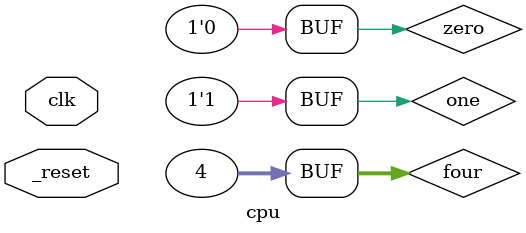
<source format=sv>
module cpu(
    input logic clk,
    input logic _reset
);

    const logic zero = 0;
    const logic one = 1;
    const logic[31:0] four = 4;

    logic[31:0] _pc_in;
    logic[31:0] _pc_four_adder_out;
    logic[31:0] _write_stage_result; // is output of write_select module
    logic[31:0] _pc_out;
    logic[31:0] _rom_instr_out;

    logic _pc_select_signal; //is output of  branch module 
    logic _flush_if_id_pipeline; // is output of hazard unit

    logic[31:0] _pc_branch_addr;
    adder pc_four_adder(
        .a(_pc_out),
        .b(four),
        .out(_pc_four_adder_out)
    );

    mux pc_select_mux(
        .a(_pc_four_adder_out),
        .b(_pc_branch_addr),
        .select(_pc_select_signal),
        .out(_pc_in)
    );
    program_counter pc(
        .clk(clk),
        .reset(zero | _reset),
        .enable(~_pc_stall),
        .pc_in(_pc_in),
        .pc_out(_pc_out)
    );
    rom instr_memory(
        .word_addr(_pc_out),
        .rom_out(_rom_instr_out)
    );

    logic[31:0] _pip_if_id_instr_out;
    logic[31:0] _pip_if_id_pc_out;
    logic[31:0] _pip_if_id_pc4_out;


    pipeline_register_if_id pip_if_id(
        .clk(clk),
        .reset(_flush_if_id_pipeline | _reset),
        .enable(~_stall_if_id_pipeline),
        .instr_in(_rom_instr_out),
        .pc_in(_pc_out),
        .pc4_in(_pc_four_adder_out),
        .instr_out(_pip_if_id_instr_out),
        .pc_out(_pip_if_id_pc_out),
        .pc4_out(_pip_if_id_pc4_out)
    );


    logic[25:0] _ctrl_signals;
    control_unit _control_unit(
        .instr(_pip_if_id_instr_out),
        .ctrl_signals(_ctrl_signals)
    );


    logic[3:0] _pip_mem_wb_ctrl_signals_out; // is output of pip_mem_wb
    logic[31:0] _reg_file_read_data_1;
    logic[31:0] _reg_file_read_data_2;
    logic[4:0] _pip_mem_wb_reg_write_addr_out ; // is output of pip_mem_wb
    reg_file  _reg_file(
        .clk(clk),
        .reset(_reset),
        .write_enable(_pip_mem_wb_ctrl_signals_out[3]),
        .read_addr_1(_pip_if_id_instr_out[19:15]),
        .read_addr_2(_pip_if_id_instr_out[24:20]),
        .write_addr(_pip_mem_wb_reg_write_addr_out),
        .write_data(_write_stage_result),
        .read_data_1(_reg_file_read_data_1),
        .read_data_2(_reg_file_read_data_2)
    );

    logic[31:0] _imm_val_output;
    imm_select _imm_select(
        .instr(_pip_if_id_instr_out),
        .imm_select_ctrl(_ctrl_signals[18:16]),
        .output_imm_val(_imm_val_output)
    );

    logic _flush_id_ex_pipeline; // is output of hazard unit

    logic[25:0] _pip_id_ex_ctrl_signals_out;
    logic[31:0] _pip_id_ex_read1_out;
    logic[31:0] _pip_id_ex_read2_out;
    logic[31:0] _pip_id_ex_imm_out;
    logic[31:0] _pip_id_ex_pc_out;
    logic[31:0] _pip_id_ex_pc4_out;
    logic[4:0] _pip_id_ex_reg_write_addr_out;
    logic[4:0] _pip_id_ex_rs1_addr_out;
    logic[4:0] _pip_id_ex_rs2_addr_out;
    pipeline_register_id_ex pip_id_ex(
        .clk(clk),
        .reset(_flush_id_ex_pipeline | _reset),
        .enable(one),
        .ctrl_signals_in(_ctrl_signals),
        .read1_in(_reg_file_read_data_1),
        .read2_in(_reg_file_read_data_2),
        .imm_in(_imm_val_output),
        .pc_in(_pip_if_id_pc_out),
        .pc4_in(_pip_if_id_pc4_out),
        .reg_write_addr_in(_pip_if_id_instr_out[11:7]),
        .rs1_addr_in(_pip_if_id_instr_out[19:15]),
        .rs2_addr_in(_pip_if_id_instr_out[24:20]),
        .ctrl_signals_out(_pip_id_ex_ctrl_signals_out),
        .read1_out(_pip_id_ex_read1_out),
        .read2_out(_pip_id_ex_read2_out),
        .imm_out(_pip_id_ex_imm_out),
        .pc_out(_pip_id_ex_pc_out),
        .pc4_out(_pip_id_ex_pc4_out),
        .rs1_addr_out(_pip_id_ex_rs1_addr_out),
        .rs2_addr_out(_pip_id_ex_rs2_addr_out),
        .reg_write_addr_out(_pip_id_ex_reg_write_addr_out)
    );

    logic[4:0] _pip_ex_mem_reg_write_addr_out; // is output of pip_ex_mem
    logic[9:0] _pip_ex_mem_ctrl_signals_out;// is output of pip_ex_mem
    logic[1:0] _forward_alu_a;
    logic[1:0] _forward_alu_b;

    hazard_unit _hazard_unit(
        .ex_rs1_addr(_pip_id_ex_rs1_addr_out),
        .ex_rs2_addr(_pip_id_ex_rs2_addr_out),
        .ex_rd_addr(_pip_id_ex_reg_write_addr_out),
        .dec_rs1_addr(_pip_if_id_instr_out[19:15]),
        .dec_rs2_addr(_pip_if_id_instr_out[24:20]),
        .mem_reg_write_addr(_pip_ex_mem_reg_write_addr_out),
        .mem_reg_write_signal(_pip_ex_mem_ctrl_signals_out[8]),
        .wb_reg_write_signal(_pip_mem_wb_ctrl_signals_out[3]),
        .wb_reg_write_addr(_pip_mem_wb_reg_write_addr_out),
        .ex_ram_read_signal(_pip_id_ex_ctrl_signals_out[8:6]), 
        .pc_select(_pc_select_signal),
        .forward_alu_a(_forward_alu_a),
        .forward_alu_b(_forward_alu_b),
        .flush_dec_ex_pipeline(_flush_id_ex_pipeline),
        .flush_fetch_decode_pipeline(_flush_if_id_pipeline)
    );

    logic[31:0] _pip_ex_mem_alu_result_out;
    logic[31:0] _alu_a_in;
    logic[31:0] _alu_b_forward;
    mux2 alu_a_select(
        .a(_pip_id_ex_read1_out),
        .b(32'd0),
        .c(_write_stage_result),
        .d(_pip_ex_mem_alu_result_out),
        .select(_forward_alu_a),
        .out(_alu_a_in)
    );

    mux2 alu_forward_select(
        .a(_pip_id_ex_read2_out),
        .b(32'd0),
        .c(_write_stage_result),
        .d(_pip_ex_mem_alu_result_out),
        .select(_forward_alu_b),
        .out(_alu_b_forward)
    );

    logic[31:0] _alu_b_in;
    mux alu_b_select(
        .a(_alu_b_forward),
        .b(_pip_id_ex_imm_out),
        .select(_pip_id_ex_ctrl_signals_out[14]),
        .out(_alu_b_in)
    );
    

    logic[31:0] _alu_result;
    logic[2:0]  _comparison_flags;
    alu _alu(
        .alu_a(_alu_a_in),
        .alu_b(_alu_b_in),
        .alu_operation_type(_pip_id_ex_ctrl_signals_out[12:9]),
        .comparison_mode(_pip_id_ex_ctrl_signals_out[13]),
        .alu_result(_alu_result),
        .comparison_flags(_comparison_flags)
    );
    branch _branch(
        .alu_flags(_comparison_flags),
        .control_flags(_pip_id_ex_ctrl_signals_out[25:19]), 
        .should_branch(_pc_select_signal)
    );
    
    logic[31:0] _pip_ex_mem_pcimm_in;
    adder _adder(
        .a(_pip_id_ex_imm_out),
        .b(_pip_id_ex_pc_out),
        .out(_pip_ex_mem_pcimm_in)
    );

    mux pc_branch_addr_selector(
        .a(_pip_ex_mem_pcimm_in),
        .b(_alu_result),
        .select(_pip_id_ex_ctrl_signals_out[0]),
        .out(_pc_branch_addr)
    );
    logic[31:0] _pip_ex_mem_lt_sgn_ext_out;
    logic[31:0] _pip_ex_mem_ram_data_out;
    logic[31:0] _pip_ex_mem_imm_out;
    logic[31:0] _pip_ex_mem_pcimm_out;// pc+imm
    logic[31:0] _pip_ex_mem_pc4_out;
    pipeline_register_ex_mem pip_ex_mem(
        .clk(clk),
        .reset(zero | _reset),
        .enable(one),
        .ctrl_signals_in({_pip_id_ex_ctrl_signals_out[8:6],_pip_id_ex_ctrl_signals_out[15],_pip_id_ex_ctrl_signals_out[8:6],_pip_id_ex_ctrl_signals_out[5:4],_pip_id_ex_ctrl_signals_out[3:1]}), 
        .lt_sgn_ext_in({32{_comparison_flags[2]}}),
        .alu_result_in(_alu_result),
        .ram_data_in(_alu_b_forward),
        .imm_in(_pip_id_ex_imm_out),
        .pcimm_in(_pip_ex_mem_pcimm_in),
        .pc4_in(_pip_id_ex_pc4_out),
        .reg_write_addr_in(_pip_id_ex_reg_write_addr_out),

        .ctrl_signals_out(_pip_ex_mem_ctrl_signals_out),
        .lt_sgn_ext_out(_pip_ex_mem_lt_sgn_ext_out),
        .alu_result_out(_pip_ex_mem_alu_result_out),
        .ram_datain_out(_pip_ex_mem_ram_data_out),
        .imm_out(_pip_ex_mem_imm_out),
        .pcimm_out(_pip_ex_mem_pcimm_out),
        .pc4_out(_pip_ex_mem_pc4_out),
        .reg_write_addr_out(_pip_ex_mem_reg_write_addr_out)
    );

    logic[31:0] _ram_out;
    ram data_memory(
        .clk(clk),
        .word_addr(_pip_ex_mem_alu_result_out),
        .data_in(_pip_ex_mem_ram_data_out),
        .write_ctrl(_pip_ex_mem_ctrl_signals_out[4:3]),
        .read_ctrl(_pip_ex_mem_ctrl_signals_out[7:5]),
        .ram_out(_ram_out)
    );

    logic[31:0] _pip_mem_wb_lt_sgn_ext_out;
    logic[31:0] _pip_mem_wb_ram_output_out;
    logic[31:0] _pip_mem_wb_alu_result_out;
    logic[31:0] _pip_mem_wb_imm_out;
    logic[31:0] _pip_mem_wb_pcimm_out;
    logic[31:0] _pip_mem_wb_pc4_out;
    pipeline_register_mem_wb pip_mem_wb(
        .clk(clk),
        .reset(zero | _reset),
        .enable(one),
        .ctrl_signals_in({_pip_ex_mem_ctrl_signals_out[8],_pip_ex_mem_ctrl_signals_out[2:0]}),
        .lt_sgn_ext_in(_pip_ex_mem_lt_sgn_ext_out),
        .ram_output_in(_ram_out),
        .alu_result_in(_pip_ex_mem_alu_result_out),
        .imm_in(_pip_ex_mem_imm_out),
        .pcimm_in(_pip_ex_mem_pcimm_out),
        .pc4_in(_pip_ex_mem_pc4_out),
        .reg_write_addr_in(_pip_ex_mem_reg_write_addr_out),   

        .ctrl_signals_out(_pip_mem_wb_ctrl_signals_out),
        .lt_sgn_ext_out(_pip_mem_wb_lt_sgn_ext_out),
        .ram_output_out(_pip_mem_wb_ram_output_out),
        .alu_result_out(_pip_mem_wb_alu_result_out),
        .imm_out(_pip_mem_wb_imm_out),
        .pcimm_out(_pip_mem_wb_pcimm_out),
        .pc4_out(_pip_mem_wb_pc4_out),
        .reg_write_addr_out(_pip_mem_wb_reg_write_addr_out)
     );

     mux3 write_select(
        .in0(32'd0),
        .in1(32'd0),
        .in2(_pip_mem_wb_lt_sgn_ext_out),
        .in3(_pip_mem_wb_alu_result_out),
        .in4(_pip_mem_wb_imm_out),
        .in5(_pip_mem_wb_ram_output_out),
        .in6(_pip_mem_wb_pc4_out),
        .in7(_pip_mem_wb_pcimm_out),
        .select(_pip_mem_wb_ctrl_signals_out[2:0]),
        .out(_write_stage_result)
     );
endmodule
</source>
